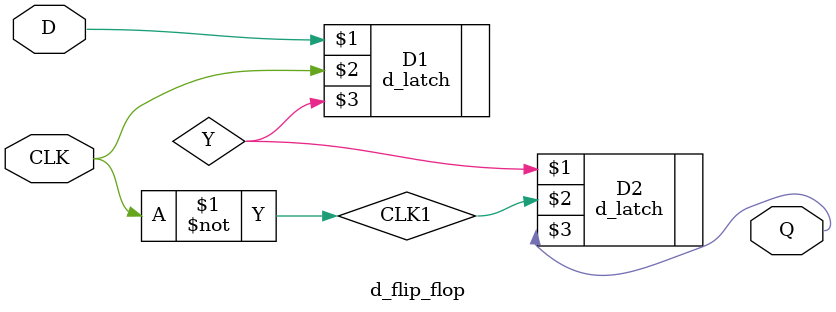
<source format=v>

module d_flip_flop(D,CLK,Q);
   input D,CLK; 
   output Q; 
   wire CLK1, Y;
   not  not1 (CLK1,CLK);
   d_latch D1(D,CLK, Y),
           D2(Y,CLK1,Q);
endmodule 

</source>
